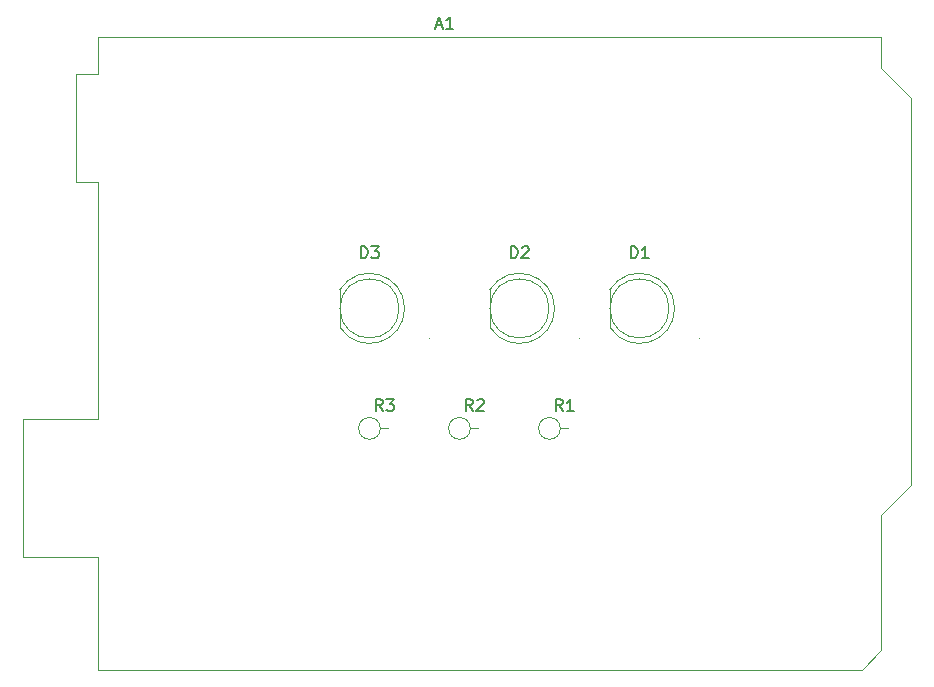
<source format=gbr>
%TF.GenerationSoftware,KiCad,Pcbnew,(6.0.7)*%
%TF.CreationDate,2022-08-16T17:30:29+09:00*%
%TF.ProjectId,uno_shield,756e6f5f-7368-4696-956c-642e6b696361,rev?*%
%TF.SameCoordinates,Original*%
%TF.FileFunction,Legend,Top*%
%TF.FilePolarity,Positive*%
%FSLAX46Y46*%
G04 Gerber Fmt 4.6, Leading zero omitted, Abs format (unit mm)*
G04 Created by KiCad (PCBNEW (6.0.7)) date 2022-08-16 17:30:29*
%MOMM*%
%LPD*%
G01*
G04 APERTURE LIST*
%ADD10C,0.150000*%
%ADD11C,0.120000*%
G04 APERTURE END LIST*
D10*
%TO.C,A1*%
X140255714Y-72556666D02*
X140731904Y-72556666D01*
X140160476Y-72842380D02*
X140493809Y-71842380D01*
X140827142Y-72842380D01*
X141684285Y-72842380D02*
X141112857Y-72842380D01*
X141398571Y-72842380D02*
X141398571Y-71842380D01*
X141303333Y-71985238D01*
X141208095Y-72080476D01*
X141112857Y-72128095D01*
%TO.C,R3*%
X135723333Y-105212380D02*
X135390000Y-104736190D01*
X135151904Y-105212380D02*
X135151904Y-104212380D01*
X135532857Y-104212380D01*
X135628095Y-104260000D01*
X135675714Y-104307619D01*
X135723333Y-104402857D01*
X135723333Y-104545714D01*
X135675714Y-104640952D01*
X135628095Y-104688571D01*
X135532857Y-104736190D01*
X135151904Y-104736190D01*
X136056666Y-104212380D02*
X136675714Y-104212380D01*
X136342380Y-104593333D01*
X136485238Y-104593333D01*
X136580476Y-104640952D01*
X136628095Y-104688571D01*
X136675714Y-104783809D01*
X136675714Y-105021904D01*
X136628095Y-105117142D01*
X136580476Y-105164761D01*
X136485238Y-105212380D01*
X136199523Y-105212380D01*
X136104285Y-105164761D01*
X136056666Y-105117142D01*
%TO.C,R2*%
X143343333Y-105212380D02*
X143010000Y-104736190D01*
X142771904Y-105212380D02*
X142771904Y-104212380D01*
X143152857Y-104212380D01*
X143248095Y-104260000D01*
X143295714Y-104307619D01*
X143343333Y-104402857D01*
X143343333Y-104545714D01*
X143295714Y-104640952D01*
X143248095Y-104688571D01*
X143152857Y-104736190D01*
X142771904Y-104736190D01*
X143724285Y-104307619D02*
X143771904Y-104260000D01*
X143867142Y-104212380D01*
X144105238Y-104212380D01*
X144200476Y-104260000D01*
X144248095Y-104307619D01*
X144295714Y-104402857D01*
X144295714Y-104498095D01*
X144248095Y-104640952D01*
X143676666Y-105212380D01*
X144295714Y-105212380D01*
%TO.C,R1*%
X150963333Y-105212380D02*
X150630000Y-104736190D01*
X150391904Y-105212380D02*
X150391904Y-104212380D01*
X150772857Y-104212380D01*
X150868095Y-104260000D01*
X150915714Y-104307619D01*
X150963333Y-104402857D01*
X150963333Y-104545714D01*
X150915714Y-104640952D01*
X150868095Y-104688571D01*
X150772857Y-104736190D01*
X150391904Y-104736190D01*
X151915714Y-105212380D02*
X151344285Y-105212380D01*
X151630000Y-105212380D02*
X151630000Y-104212380D01*
X151534761Y-104355238D01*
X151439523Y-104450476D01*
X151344285Y-104498095D01*
%TO.C,D3*%
X133881904Y-92272380D02*
X133881904Y-91272380D01*
X134120000Y-91272380D01*
X134262857Y-91320000D01*
X134358095Y-91415238D01*
X134405714Y-91510476D01*
X134453333Y-91700952D01*
X134453333Y-91843809D01*
X134405714Y-92034285D01*
X134358095Y-92129523D01*
X134262857Y-92224761D01*
X134120000Y-92272380D01*
X133881904Y-92272380D01*
X134786666Y-91272380D02*
X135405714Y-91272380D01*
X135072380Y-91653333D01*
X135215238Y-91653333D01*
X135310476Y-91700952D01*
X135358095Y-91748571D01*
X135405714Y-91843809D01*
X135405714Y-92081904D01*
X135358095Y-92177142D01*
X135310476Y-92224761D01*
X135215238Y-92272380D01*
X134929523Y-92272380D01*
X134834285Y-92224761D01*
X134786666Y-92177142D01*
%TO.C,D2*%
X146581904Y-92272380D02*
X146581904Y-91272380D01*
X146820000Y-91272380D01*
X146962857Y-91320000D01*
X147058095Y-91415238D01*
X147105714Y-91510476D01*
X147153333Y-91700952D01*
X147153333Y-91843809D01*
X147105714Y-92034285D01*
X147058095Y-92129523D01*
X146962857Y-92224761D01*
X146820000Y-92272380D01*
X146581904Y-92272380D01*
X147534285Y-91367619D02*
X147581904Y-91320000D01*
X147677142Y-91272380D01*
X147915238Y-91272380D01*
X148010476Y-91320000D01*
X148058095Y-91367619D01*
X148105714Y-91462857D01*
X148105714Y-91558095D01*
X148058095Y-91700952D01*
X147486666Y-92272380D01*
X148105714Y-92272380D01*
%TO.C,D1*%
X156741904Y-92272380D02*
X156741904Y-91272380D01*
X156980000Y-91272380D01*
X157122857Y-91320000D01*
X157218095Y-91415238D01*
X157265714Y-91510476D01*
X157313333Y-91700952D01*
X157313333Y-91843809D01*
X157265714Y-92034285D01*
X157218095Y-92129523D01*
X157122857Y-92224761D01*
X156980000Y-92272380D01*
X156741904Y-92272380D01*
X158265714Y-92272380D02*
X157694285Y-92272380D01*
X157980000Y-92272380D02*
X157980000Y-91272380D01*
X157884761Y-91415238D01*
X157789523Y-91510476D01*
X157694285Y-91558095D01*
D11*
%TO.C,A1*%
X180470000Y-111510000D02*
X180470000Y-78740000D01*
X177930000Y-73530000D02*
X111630000Y-73530000D01*
X109730000Y-76710000D02*
X109730000Y-85850000D01*
X109730000Y-85850000D02*
X111630000Y-85850000D01*
X111630000Y-76710000D02*
X109730000Y-76710000D01*
X177930000Y-125480000D02*
X177930000Y-114050000D01*
X111630000Y-127130000D02*
X176280000Y-127130000D01*
X180470000Y-78740000D02*
X177930000Y-76200000D01*
X176280000Y-127130000D02*
X177930000Y-125480000D01*
X105280000Y-105920000D02*
X105280000Y-117600000D01*
X111630000Y-105920000D02*
X105280000Y-105920000D01*
X111630000Y-117600000D02*
X111630000Y-127130000D01*
X111630000Y-73530000D02*
X111630000Y-76710000D01*
X105280000Y-117600000D02*
X111630000Y-117600000D01*
X177930000Y-76200000D02*
X177930000Y-73530000D01*
X111630000Y-85850000D02*
X111630000Y-105920000D01*
X177930000Y-114050000D02*
X180470000Y-111510000D01*
%TO.C,R3*%
X135540000Y-106680000D02*
X136160000Y-106680000D01*
X135540000Y-106680000D02*
G75*
G03*
X135540000Y-106680000I-920000J0D01*
G01*
%TO.C,R2*%
X143160000Y-106680000D02*
X143780000Y-106680000D01*
X143160000Y-106680000D02*
G75*
G03*
X143160000Y-106680000I-920000J0D01*
G01*
%TO.C,R1*%
X150780000Y-106680000D02*
X151400000Y-106680000D01*
X150780000Y-106680000D02*
G75*
G03*
X150780000Y-106680000I-920000J0D01*
G01*
%TO.C,D3*%
X132120000Y-98120000D02*
X132120000Y-96520000D01*
X132120000Y-96520000D02*
X132120000Y-94920000D01*
X132120000Y-96520000D02*
X132120000Y-98120000D01*
X132120000Y-98120000D02*
G75*
G03*
X132120000Y-94920000I2500000J1600000D01*
G01*
X139700000Y-99060000D02*
G75*
G03*
X139700000Y-99060000I0J0D01*
G01*
X137120000Y-96520000D02*
G75*
G03*
X137120000Y-96520000I-2500000J0D01*
G01*
%TO.C,D2*%
X144820000Y-98120000D02*
X144820000Y-96520000D01*
X144820000Y-96520000D02*
X144820000Y-94920000D01*
X144820000Y-96520000D02*
X144820000Y-98120000D01*
X144820000Y-98120000D02*
G75*
G03*
X144820000Y-94920000I2500000J1600000D01*
G01*
X152400000Y-99060000D02*
G75*
G03*
X152400000Y-99060000I0J0D01*
G01*
X149820000Y-96520000D02*
G75*
G03*
X149820000Y-96520000I-2500000J0D01*
G01*
%TO.C,D1*%
X154980000Y-98120000D02*
X154980000Y-96520000D01*
X154980000Y-96520000D02*
X154980000Y-94920000D01*
X154980000Y-96520000D02*
X154980000Y-98120000D01*
X154980000Y-98120000D02*
G75*
G03*
X154980000Y-94920000I2500000J1600000D01*
G01*
X162560000Y-99060000D02*
G75*
G03*
X162560000Y-99060000I0J0D01*
G01*
X159980000Y-96520000D02*
G75*
G03*
X159980000Y-96520000I-2500000J0D01*
G01*
%TD*%
M02*

</source>
